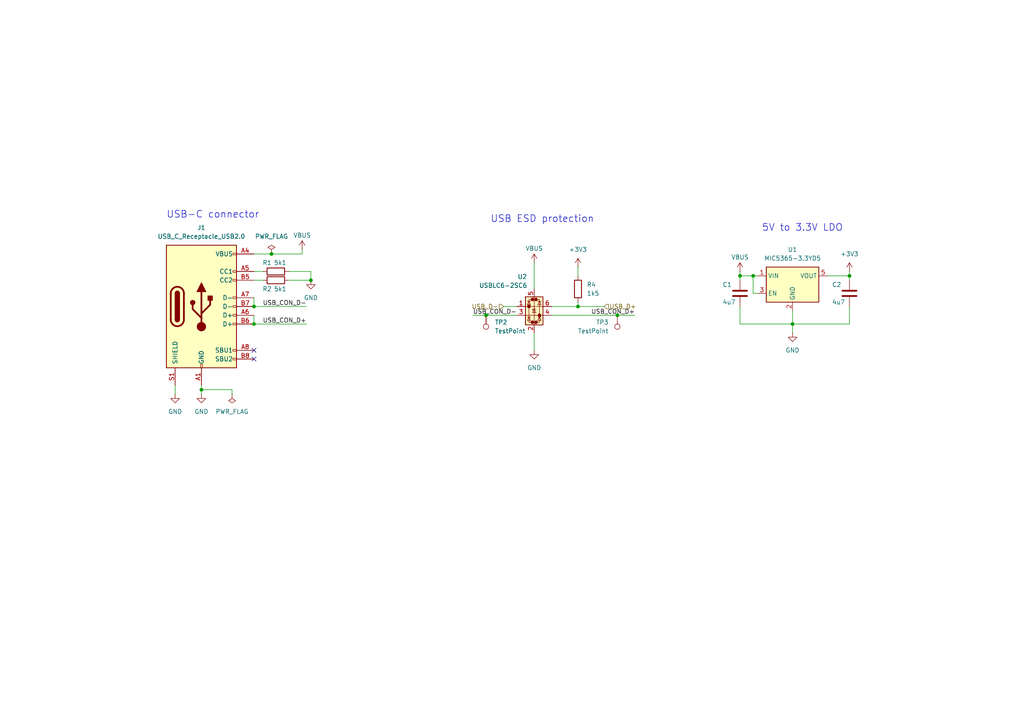
<source format=kicad_sch>
(kicad_sch (version 20231120) (generator "eeschema") (generator_version "8.0")
  (paper "A4")
  (lib_symbols
    (symbol "+3V3_1" (power) (pin_numbers hide) (pin_names (offset 0) hide)
      (property "Value" "+3V3" (at 0 3.556 0))
      (symbol "+3V3_1_0_1"
        (polyline (pts (xy -0.762 1.27) (xy 0 2.54)))
        (polyline (pts (xy 0 0) (xy 0 2.54)))
        (polyline (pts (xy 0 2.54) (xy 0.762 1.27)))
      )
      (symbol "+3V3_1_1_1"
        (pin power_in line (at 0 0 90) (length 0) (name "~") (number "1"))
      )
    )
    (symbol "Connector:TestPoint" (pin_numbers hide) (pin_names (offset 0.762) hide)
      (property "Reference" "TP" (at 0 6.858 0))
      (property "Value" "TestPoint" (at 0 5.08 0))
      (symbol "TestPoint_0_1"
        (circle (center 0 3.302) (radius 0.762))
      )
      (symbol "TestPoint_1_1"
        (pin passive line (at 0 0 90) (length 2.54) (name "1") (number "1"))
      )
    )
    (symbol "Connector:USB_C_Receptacle_USB2.0_16P" (pin_names (offset 1.016))
      (property "Reference" "J" (at 0 22.225 0))
      (property "Value" "USB_C_Receptacle_USB2.0_16P" (at 0 19.685 0))
      (symbol "USB_C_Receptacle_USB2.0_16P_0_0"
        (rectangle (start -0.254 -17.78) (end 0.254 -16.764))
        (rectangle (start 10.16 -14.986) (end 9.144 -15.494))
        (rectangle (start 10.16 -12.446) (end 9.144 -12.954))
        (rectangle (start 10.16 -4.826) (end 9.144 -5.334))
        (rectangle (start 10.16 -2.286) (end 9.144 -2.794))
        (rectangle (start 10.16 0.254) (end 9.144 -0.254))
        (rectangle (start 10.16 2.794) (end 9.144 2.286))
        (rectangle (start 10.16 7.874) (end 9.144 7.366))
        (rectangle (start 10.16 10.414) (end 9.144 9.906))
        (rectangle (start 10.16 15.494) (end 9.144 14.986))
      )
      (symbol "USB_C_Receptacle_USB2.0_16P_0_1"
        (rectangle (start -10.16 17.78) (end 10.16 -17.78) (stroke (width 0.254)) (fill (type background)))
        (arc (start -8.89 -3.81) (mid -6.985 -5.7067) (end -5.08 -3.81) (stroke (width 0.508)))
        (arc (start -7.62 -3.81) (mid -6.985 -4.4423) (end -6.35 -3.81) (stroke (width 0.254)))
        (arc (start -7.62 -3.81) (mid -6.985 -4.4423) (end -6.35 -3.81) (stroke (width 0.254)) (fill (type outline)))
        (rectangle (start -7.62 -3.81) (end -6.35 3.81) (stroke (width 0.254)) (fill (type outline)))
        (arc (start -6.35 3.81) (mid -6.985 4.4423) (end -7.62 3.81) (stroke (width 0.254)))
        (arc (start -6.35 3.81) (mid -6.985 4.4423) (end -7.62 3.81) (stroke (width 0.254)) (fill (type outline)))
        (arc (start -5.08 3.81) (mid -6.985 5.7067) (end -8.89 3.81) (stroke (width 0.508)))
        (circle (center -2.54 1.143) (radius 0.635) (stroke (width 0.254)) (fill (type outline)))
        (circle (center 0 -5.842) (radius 1.27) (fill (type outline)))
        (polyline (pts (xy -8.89 -3.81) (xy -8.89 3.81)) (stroke (width 0.508)))
        (polyline (pts (xy -5.08 3.81) (xy -5.08 -3.81)) (stroke (width 0.508)))
        (polyline (pts (xy 0 -5.842) (xy 0 4.318)) (stroke (width 0.508)))
        (polyline (pts (xy 0 -3.302) (xy -2.54 -0.762) (xy -2.54 0.508)) (stroke (width 0.508)))
        (polyline (pts (xy 0 -2.032) (xy 2.54 0.508) (xy 2.54 1.778)) (stroke (width 0.508)))
        (polyline (pts (xy -1.27 4.318) (xy 0 6.858) (xy 1.27 4.318) (xy -1.27 4.318)) (stroke (width 0.254)) (fill (type outline)))
        (rectangle (start 1.905 1.778) (end 3.175 3.048) (stroke (width 0.254)) (fill (type outline)))
      )
      (symbol "USB_C_Receptacle_USB2.0_16P_1_1"
        (pin passive line (at 0 -22.86 90) (length 5.08) (name "GND") (number "A1"))
        (pin passive line (at 0 -22.86 90) (length 5.08) hide (name "GND") (number "A12"))
        (pin passive line (at 15.24 15.24 180) (length 5.08) (name "VBUS") (number "A4"))
        (pin bidirectional line (at 15.24 10.16 180) (length 5.08) (name "CC1") (number "A5"))
        (pin bidirectional line (at 15.24 -2.54 180) (length 5.08) (name "D+") (number "A6"))
        (pin bidirectional line (at 15.24 2.54 180) (length 5.08) (name "D-") (number "A7"))
        (pin bidirectional line (at 15.24 -12.7 180) (length 5.08) (name "SBU1") (number "A8"))
        (pin passive line (at 15.24 15.24 180) (length 5.08) hide (name "VBUS") (number "A9"))
        (pin passive line (at 0 -22.86 90) (length 5.08) hide (name "GND") (number "B1"))
        (pin passive line (at 0 -22.86 90) (length 5.08) hide (name "GND") (number "B12"))
        (pin passive line (at 15.24 15.24 180) (length 5.08) hide (name "VBUS") (number "B4"))
        (pin bidirectional line (at 15.24 7.62 180) (length 5.08) (name "CC2") (number "B5"))
        (pin bidirectional line (at 15.24 -5.08 180) (length 5.08) (name "D+") (number "B6"))
        (pin bidirectional line (at 15.24 0 180) (length 5.08) (name "D-") (number "B7"))
        (pin bidirectional line (at 15.24 -15.24 180) (length 5.08) (name "SBU2") (number "B8"))
        (pin passive line (at 15.24 15.24 180) (length 5.08) hide (name "VBUS") (number "B9"))
        (pin passive line (at -7.62 -22.86 90) (length 5.08) (name "SHIELD") (number "S1"))
      )
    )
    (symbol "Device:C" (pin_numbers hide) (pin_names (offset 0.254))
      (property "Reference" "C" (at 0.635 2.54 0))
      (property "Value" "C" (at 0.635 -2.54 0))
      (symbol "C_0_1"
        (polyline (pts (xy -2.032 -0.762) (xy 2.032 -0.762)) (stroke (width 0.508)))
        (polyline (pts (xy -2.032 0.762) (xy 2.032 0.762)) (stroke (width 0.508)))
      )
      (symbol "C_1_1"
        (pin passive line (at 0 3.81 270) (length 2.794) (name "~") (number "1"))
        (pin passive line (at 0 -3.81 90) (length 2.794) (name "~") (number "2"))
      )
    )
    (symbol "Device:R" (pin_numbers hide) (pin_names (offset 0))
      (property "Reference" "R" (at 2.032 0 90))
      (property "Value" "R" (at 0 0 90))
      (symbol "R_0_1"
        (rectangle (start -1.016 -2.54) (end 1.016 2.54) (stroke (width 0.254)))
      )
      (symbol "R_1_1"
        (pin passive line (at 0 3.81 270) (length 1.27) (name "~") (number "1"))
        (pin passive line (at 0 -3.81 90) (length 1.27) (name "~") (number "2"))
      )
    )
    (symbol "GND_1" (power) (pin_numbers hide) (pin_names (offset 0) hide)
      (property "Value" "GND" (at 0 -3.81 0))
      (symbol "GND_1_0_1"
        (polyline (pts (xy 0 0) (xy 0 -1.27) (xy 1.27 -1.27) (xy 0 -2.54) (xy -1.27 -1.27) (xy 0 -1.27)))
      )
      (symbol "GND_1_1_1"
        (pin power_in line (at 0 0 270) (length 0) (name "~") (number "1"))
      )
    )
    (symbol "GND_2" (power) (pin_numbers hide) (pin_names (offset 0) hide)
      (property "Value" "GND" (at 0 -3.81 0))
      (symbol "GND_2_0_1"
        (polyline (pts (xy 0 0) (xy 0 -1.27) (xy 1.27 -1.27) (xy 0 -2.54) (xy -1.27 -1.27) (xy 0 -1.27)))
      )
      (symbol "GND_2_1_1"
        (pin power_in line (at 0 0 270) (length 0) (name "~") (number "1"))
      )
    )
    (symbol "GND_3" (power) (pin_numbers hide) (pin_names (offset 0) hide)
      (property "Value" "GND" (at 0 -3.81 0))
      (symbol "GND_3_0_1"
        (polyline (pts (xy 0 0) (xy 0 -1.27) (xy 1.27 -1.27) (xy 0 -2.54) (xy -1.27 -1.27) (xy 0 -1.27)))
      )
      (symbol "GND_3_1_1"
        (pin power_in line (at 0 0 270) (length 0) (name "~") (number "1"))
      )
    )
    (symbol "GND_4" (power) (pin_numbers hide) (pin_names (offset 0) hide)
      (property "Value" "GND" (at 0 -3.81 0))
      (symbol "GND_4_0_1"
        (polyline (pts (xy 0 0) (xy 0 -1.27) (xy 1.27 -1.27) (xy 0 -2.54) (xy -1.27 -1.27) (xy 0 -1.27)))
      )
      (symbol "GND_4_1_1"
        (pin power_in line (at 0 0 270) (length 0) (name "~") (number "1"))
      )
    )
    (symbol "Power_Protection:USBLC6-2SC6" (pin_names hide)
      (property "Reference" "U" (at 0.635 5.715 0))
      (property "Value" "USBLC6-2SC6" (at 0.635 3.81 0))
      (symbol "USBLC6-2SC6_0_0"
        (circle (center -1.524 0) (radius 0.0001) (stroke (width 0.508)))
        (circle (center -0.508 -4.572) (radius 0.0001) (stroke (width 0.508)))
        (circle (center -0.508 2.032) (radius 0.0001) (stroke (width 0.508)))
        (circle (center 0.508 -4.572) (radius 0.0001) (stroke (width 0.508)))
        (circle (center 0.508 2.032) (radius 0.0001) (stroke (width 0.508)))
        (circle (center 1.524 -2.54) (radius 0.0001) (stroke (width 0.508)))
      )
      (symbol "USBLC6-2SC6_0_1"
        (polyline (pts (xy -2.54 -2.54) (xy 2.54 -2.54)))
        (polyline (pts (xy -2.54 0) (xy 2.54 0)))
        (polyline (pts (xy -2.032 -3.048) (xy -1.016 -3.048)))
        (polyline (pts (xy -1.016 1.524) (xy -2.032 1.524)))
        (polyline (pts (xy 1.016 -3.048) (xy 2.032 -3.048)))
        (polyline (pts (xy 1.016 1.524) (xy 2.032 1.524)))
        (polyline (pts (xy -0.508 -1.143) (xy -0.508 -0.762) (xy 0.508 -0.762)))
        (polyline (pts (xy -2.032 0.508) (xy -1.016 0.508) (xy -1.524 1.524) (xy -2.032 0.508)))
        (polyline (pts (xy -1.016 -4.064) (xy -2.032 -4.064) (xy -1.524 -3.048) (xy -1.016 -4.064)))
        (polyline (pts (xy 0.508 -1.778) (xy -0.508 -1.778) (xy 0 -0.762) (xy 0.508 -1.778)))
        (polyline (pts (xy 2.032 -4.064) (xy 1.016 -4.064) (xy 1.524 -3.048) (xy 2.032 -4.064)))
        (polyline (pts (xy 2.032 0.508) (xy 1.016 0.508) (xy 1.524 1.524) (xy 2.032 0.508)))
        (polyline (pts (xy 0 2.54) (xy -0.508 2.032) (xy 0.508 2.032) (xy 0 1.524) (xy 0 -4.064) (xy -0.508 -4.572) (xy 0.508 -4.572) (xy 0 -5.08)))
      )
      (symbol "USBLC6-2SC6_1_1"
        (rectangle (start -2.54 2.794) (end 2.54 -5.334) (stroke (width 0.254)) (fill (type background)))
        (polyline (pts (xy -0.508 2.032) (xy -1.524 2.032) (xy -1.524 -4.572) (xy -0.508 -4.572)))
        (polyline (pts (xy 0.508 -4.572) (xy 1.524 -4.572) (xy 1.524 2.032) (xy 0.508 2.032)))
        (pin passive line (at -5.08 0 0) (length 2.54) (name "I/O1") (number "1"))
        (pin passive line (at 0 -7.62 90) (length 2.54) (name "GND") (number "2"))
        (pin passive line (at -5.08 -2.54 0) (length 2.54) (name "I/O2") (number "3"))
        (pin passive line (at 5.08 -2.54 180) (length 2.54) (name "I/O2") (number "4"))
        (pin passive line (at 0 5.08 270) (length 2.54) (name "VBUS") (number "5"))
        (pin passive line (at 5.08 0 180) (length 2.54) (name "I/O1") (number "6"))
      )
    )
    (symbol "Regulator_Linear:MIC5365-3.3YD5"
      (property "Reference" "U" (at -7.62 6.35 0))
      (property "Value" "MIC5365-3.3YD5" (at 0 6.35 0))
      (symbol "MIC5365-3.3YD5_0_1"
        (rectangle (start -7.62 -5.08) (end 7.62 5.08) (stroke (width 0.254)) (fill (type background)))
      )
      (symbol "MIC5365-3.3YD5_1_1"
        (pin power_in line (at -10.16 2.54 0) (length 2.54) (name "VIN") (number "1"))
        (pin power_in line (at 0 -7.62 90) (length 2.54) (name "GND") (number "2"))
        (pin input line (at -10.16 -2.54 0) (length 2.54) (name "EN") (number "3"))
        (pin no_connect line (at 7.62 -2.54 180) (length 2.54) hide (name "NC") (number "4"))
        (pin power_out line (at 10.16 2.54 180) (length 2.54) (name "VOUT") (number "5"))
      )
    )
    (symbol "VBUS_1" (power) (pin_numbers hide) (pin_names (offset 0) hide)
      (property "Value" "VBUS" (at 0 3.556 0))
      (symbol "VBUS_1_0_1"
        (polyline (pts (xy -0.762 1.27) (xy 0 2.54)))
        (polyline (pts (xy 0 0) (xy 0 2.54)))
        (polyline (pts (xy 0 2.54) (xy 0.762 1.27)))
      )
      (symbol "VBUS_1_1_1"
        (pin power_in line (at 0 0 90) (length 0) (name "~") (number "1"))
      )
    )
    (symbol "VBUS_2" (power) (pin_numbers hide) (pin_names (offset 0) hide)
      (property "Value" "VBUS" (at 0 3.556 0))
      (symbol "VBUS_2_0_1"
        (polyline (pts (xy -0.762 1.27) (xy 0 2.54)))
        (polyline (pts (xy 0 0) (xy 0 2.54)))
        (polyline (pts (xy 0 2.54) (xy 0.762 1.27)))
      )
      (symbol "VBUS_2_1_1"
        (pin power_in line (at 0 0 90) (length 0) (name "~") (number "1"))
      )
    )
    (symbol "power:+3V3" (power) (pin_numbers hide) (pin_names (offset 0) hide)
      (property "Value" "+3V3" (at 0 3.556 0))
      (symbol "+3V3_0_1"
        (polyline (pts (xy -0.762 1.27) (xy 0 2.54)))
        (polyline (pts (xy 0 0) (xy 0 2.54)))
        (polyline (pts (xy 0 2.54) (xy 0.762 1.27)))
      )
      (symbol "+3V3_1_1"
        (pin power_in line (at 0 0 90) (length 0) (name "~") (number "1"))
      )
    )
    (symbol "power:GND" (power) (pin_numbers hide) (pin_names (offset 0) hide)
      (property "Value" "GND" (at 0 -3.81 0))
      (symbol "GND_0_1"
        (polyline (pts (xy 0 0) (xy 0 -1.27) (xy 1.27 -1.27) (xy 0 -2.54) (xy -1.27 -1.27) (xy 0 -1.27)))
      )
      (symbol "GND_1_1"
        (pin power_in line (at 0 0 270) (length 0) (name "~") (number "1"))
      )
    )
    (symbol "power:PWR_FLAG" (power) (pin_numbers hide) (pin_names (offset 0) hide)
      (property "Value" "PWR_FLAG" (at 0 3.81 0))
      (symbol "PWR_FLAG_0_0"
        (pin power_out line (at 0 0 90) (length 0) (name "~") (number "1"))
      )
      (symbol "PWR_FLAG_0_1"
        (polyline (pts (xy 0 0) (xy 0 1.27) (xy -1.016 1.905) (xy 0 2.54) (xy 1.016 1.905) (xy 0 1.27)))
      )
    )
    (symbol "power:VBUS" (power) (pin_numbers hide) (pin_names (offset 0) hide)
      (property "Value" "VBUS" (at 0 3.556 0))
      (symbol "VBUS_0_1"
        (polyline (pts (xy -0.762 1.27) (xy 0 2.54)))
        (polyline (pts (xy 0 0) (xy 0 2.54)))
        (polyline (pts (xy 0 2.54) (xy 0.762 1.27)))
      )
      (symbol "VBUS_1_1"
        (pin power_in line (at 0 0 90) (length 0) (name "~") (number "1"))
      )
    )
  )
  (junction (at 58.42 113.03))
  (junction (at 90.17 81.28))
  (junction (at 73.66 93.98))
  (junction (at 218.44 80.01))
  (junction (at 229.87 93.98))
  (junction (at 73.66 88.9))
  (junction (at 140.97 91.44))
  (junction (at 246.38 80.01))
  (junction (at 167.64 88.9))
  (junction (at 179.07 91.44))
  (junction (at 78.74 73.66))
  (junction (at 214.63 80.01))
  (no_connect (at 73.66 104.14))
  (no_connect (at 73.66 101.6))
  (wire (pts (xy 67.31 113.03) (xy 58.42 113.03)))
  (wire (pts (xy 88.9 93.98) (xy 73.66 93.98)))
  (wire (pts (xy 214.63 93.98) (xy 229.87 93.98)))
  (wire (pts (xy 58.42 111.76) (xy 58.42 113.03)))
  (wire (pts (xy 73.66 88.9) (xy 88.9 88.9)))
  (wire (pts (xy 83.82 78.74) (xy 90.17 78.74)))
  (wire (pts (xy 214.63 78.74) (xy 214.63 80.01)))
  (wire (pts (xy 214.63 80.01) (xy 218.44 80.01)))
  (wire (pts (xy 73.66 78.74) (xy 76.2 78.74)))
  (wire (pts (xy 218.44 80.01) (xy 219.71 80.01)))
  (wire (pts (xy 246.38 88.9) (xy 246.38 93.98)))
  (wire (pts (xy 58.42 113.03) (xy 58.42 114.3)))
  (wire (pts (xy 167.64 88.9) (xy 175.26 88.9)))
  (wire (pts (xy 73.66 86.36) (xy 73.66 88.9)))
  (wire (pts (xy 167.64 87.63) (xy 167.64 88.9)))
  (wire (pts (xy 140.97 91.44) (xy 149.86 91.44)))
  (wire (pts (xy 240.03 80.01) (xy 246.38 80.01)))
  (wire (pts (xy 246.38 80.01) (xy 246.38 81.28)))
  (wire (pts (xy 154.94 76.2) (xy 154.94 83.82)))
  (wire (pts (xy 229.87 90.17) (xy 229.87 93.98)))
  (wire (pts (xy 214.63 80.01) (xy 214.63 81.28)))
  (wire (pts (xy 73.66 91.44) (xy 73.66 93.98)))
  (wire (pts (xy 229.87 96.52) (xy 229.87 93.98)))
  (wire (pts (xy 137.16 91.44) (xy 140.97 91.44)))
  (wire (pts (xy 146.05 88.9) (xy 149.86 88.9)))
  (wire (pts (xy 90.17 78.74) (xy 90.17 81.28)))
  (wire (pts (xy 218.44 80.01) (xy 218.44 85.09)))
  (wire (pts (xy 154.94 96.52) (xy 154.94 101.6)))
  (wire (pts (xy 160.02 91.44) (xy 179.07 91.44)))
  (wire (pts (xy 167.64 77.47) (xy 167.64 80.01)))
  (wire (pts (xy 214.63 88.9) (xy 214.63 93.98)))
  (wire (pts (xy 73.66 73.66) (xy 78.74 73.66)))
  (wire (pts (xy 83.82 81.28) (xy 90.17 81.28)))
  (wire (pts (xy 78.74 73.66) (xy 87.63 73.66)))
  (wire (pts (xy 50.8 111.76) (xy 50.8 114.3)))
  (wire (pts (xy 160.02 88.9) (xy 167.64 88.9)))
  (wire (pts (xy 67.31 114.3) (xy 67.31 113.03)))
  (wire (pts (xy 219.71 85.09) (xy 218.44 85.09)))
  (wire (pts (xy 87.63 72.39) (xy 87.63 73.66)))
  (wire (pts (xy 179.07 91.44) (xy 184.15 91.44)))
  (wire (pts (xy 229.87 93.98) (xy 246.38 93.98)))
  (wire (pts (xy 246.38 78.74) (xy 246.38 80.01)))
  (wire (pts (xy 73.66 81.28) (xy 76.2 81.28)))
  (text "5V to 3.3V LDO" (at 220.98 67.31 0) (effects (font (size 2 2)) (justify left bottom)))
  (text "USB ESD protection" (at 142.24 64.77 0) (effects (font (size 2 2)) (justify left bottom)))
  (text "USB-C connector" (at 48.26 63.5 0) (effects (font (size 2 2)) (justify left bottom)))
  (label "USB_CON_D+" (at 88.9 93.98 180))
  (label "USB_CON_D-" (at 88.9 88.9 180))
  (label "USB_CON_D+" (at 184.15 91.44 180))
  (label "USB_CON_D-" (at 137.16 91.44 0))
  (hierarchical_label "USB_D+" (shape input) (at 175.26 88.9 0))
  (hierarchical_label "USB_D-" (shape input) (at 146.05 88.9 180))
  (symbol (lib_id "Regulator_Linear:MIC5365-3.3YD5") (at 229.87 82.55 0) (unit 1)
    (property "Reference" "U1" (at 229.87 72.39 0))
    (property "Value" "MIC5365-3.3YD5" (at 229.87 74.93 0))
    (property "Footprint" "Package_TO_SOT_SMD:SOT-23-5" (effects (hide yes)))
    (property "Datasheet" "https://www.lcsc.com/datasheet/lcsc_datasheet_1810151811_Texas-Instruments-TPS70933DBVR_C89347.pdf" (effects (hide yes)))
    (property "Manufracturer" "Texas Instruments" (effects (hide yes)))
    (property "Manufracturer Part Number" "TPS70933DBVR" (effects (hide yes)))
    (property "JLCPCB Part" "C89347" (effects (hide yes)))
    (instances (project "111VU" (path "" (reference "U1") (unit 1))) (project "PedestalConnectBox" (path "" (reference "U4") (unit 1))))
  )
  (symbol (lib_id "Power_Protection:USBLC6-2SC6") (at 154.94 88.9 0) (unit 1)
    (property "Reference" "U2" (at 150.114 80.264 0) (effects (justify left)))
    (property "Value" "USBLC6-2SC6" (at 138.938 82.804 0) (effects (justify left)))
    (property "Footprint" "Package_TO_SOT_SMD:SOT-23-6" (effects (hide yes)))
    (property "Datasheet" "https://www.st.com/resource/en/datasheet/usblc6-2.pdf" (effects (hide yes)))
    (property "Description" "Very low capacitance ESD protection diode, 2 data-line, SOT-23-6" (effects (hide yes)))
    (property "JLCPCB Part" "C7519" (effects (hide yes)))
    (property "Manufracturer" "STMicroelectronics" (effects (hide yes)))
    (property "Manufracturer Part Number" "USBLC6-2SC6" (effects (hide yes)))
  )
  (symbol (lib_id "Device:C") (at 214.63 85.09 0) (unit 1)
    (property "Reference" "C1" (at 209.55 82.55 0) (effects (justify left)))
    (property "Value" "4u7" (at 209.55 87.63 0) (effects (justify left)))
    (property "Footprint" "Capacitor_SMD:C_0805_2012Metric" (effects (hide yes)))
    (property "Datasheet" "https://datasheet.lcsc.com/lcsc/2304140030_Samsung-Electro-Mechanics-CL21A475KAQNNNE_C1779.pdf" (effects (hide yes)))
    (property "Manufracturer" "Samsung Electro-Mechanics" (effects (hide yes)))
    (property "Manufracturer Part Number" "CL21A475KAQNNNE" (effects (hide yes)))
    (property "JLCPCB Part" "C1779" (effects (hide yes)))
  )
  (symbol (lib_id "Device:R") (at 80.01 81.28 90) (unit 1)
    (property "Reference" "R2" (at 77.47 83.82 90))
    (property "Value" "5k1" (at 81.28 83.82 90))
    (property "Footprint" "Resistor_SMD:R_0603_1608Metric" (effects (hide yes)))
    (property "Datasheet" "https://www.lcsc.com/datasheet/lcsc_datasheet_2206010116_UNI-ROYAL-Uniroyal-Elec-0603WAF5101T5E_C23186.pdf" (effects (hide yes)))
    (property "Manufracturer" "UNI-ROYAL(Uniroyal Elec)" (effects (hide yes)))
    (property "Manufracturer Part Number" "0603WAF5101T5E" (effects (hide yes)))
    (property "JLCPCB Part" "C23186" (effects (hide yes)))
  )
  (symbol (lib_name "GND_1") (lib_id "power:GND") (at 50.8 114.3 0) (unit 1)
    (property "Reference" "#PWR01" (effects (hide yes)))
    (property "Value" "GND" (at 50.8 119.38 0))
    (property "Description" "Power symbol creates a global label with name \"GND\" , ground" (effects (hide yes)))
    (instances (project "111VU" (path "" (reference "#PWR01") (unit 1))) (project "PedestalConnectBox" (path "" (reference "#PWR02") (unit 1))))
  )
  (symbol (lib_name "+3V3_1") (lib_id "power:+3V3") (at 167.64 77.47 0) (unit 1)
    (property "Reference" "#PWR019" (effects (hide yes)))
    (property "Value" "+3V3" (at 167.64 72.39 0))
    (property "Description" "Power symbol creates a global label with name \"+3V3\"" (effects (hide yes)))
  )
  (symbol (lib_id "Device:R") (at 167.64 83.82 0) (unit 1)
    (property "Reference" "R4" (at 170.18 82.5499 0) (effects (justify left)))
    (property "Value" "1k5" (at 170.18 85.0899 0) (effects (justify left)))
    (property "Footprint" "Resistor_SMD:R_0805_2012Metric" (effects (hide yes)))
    (property "Datasheet" "https://www.lcsc.com/datasheet/lcsc_datasheet_2206010216_UNI-ROYAL-Uniroyal-Elec-0805W8F1501T5E_C4310.pdf" (effects (hide yes)))
    (property "Description" "Resistor" (effects (hide yes)))
    (property "JLCPCB Part" "C4310" (effects (hide yes)))
    (property "Manufracturer" "UNI-ROYAL(Uniroyal Elec)" (effects (hide yes)))
    (property "Manufracturer Part Number" "0805W8F1501T5E" (effects (hide yes)))
  )
  (symbol (lib_id "Connector:TestPoint") (at 179.07 91.44 0) (mirror x) (unit 1)
    (property "Reference" "TP3" (at 176.53 93.4719 0) (effects (justify right)))
    (property "Value" "TestPoint" (at 176.53 96.0119 0) (effects (justify right)))
    (property "Footprint" "TestPoint:TestPoint_Pad_D1.5mm" (effects (hide yes)))
    (property "Description" "test point" (effects (hide yes)))
  )
  (symbol (lib_name "GND_2") (lib_id "power:GND") (at 90.17 81.28 0) (unit 1)
    (property "Reference" "#PWR08" (effects (hide yes)))
    (property "Value" "GND" (at 90.17 86.36 0))
    (property "Description" "Power symbol creates a global label with name \"GND\" , ground" (effects (hide yes)))
    (instances (project "111VU" (path "" (reference "#PWR08") (unit 1))) (project "PedestalConnectBox" (path "" (reference "#PWR07") (unit 1))))
  )
  (symbol (lib_name "GND_3") (lib_id "power:GND") (at 58.42 114.3 0) (unit 1)
    (property "Reference" "#PWR03" (effects (hide yes)))
    (property "Value" "GND" (at 58.42 119.38 0))
    (property "Description" "Power symbol creates a global label with name \"GND\" , ground" (effects (hide yes)))
    (instances (project "111VU" (path "" (reference "#PWR03") (unit 1))) (project "PedestalConnectBox" (path "" (reference "#PWR04") (unit 1))))
  )
  (symbol (lib_id "power:PWR_FLAG") (at 78.74 73.66 0) (unit 1)
    (property "Reference" "#FLG01" (effects (hide yes)))
    (property "Value" "PWR_FLAG" (at 78.74 68.58 0))
    (property "Description" "Special symbol for telling ERC where power comes from" (effects (hide yes)))
  )
  (symbol (lib_id "power:+3V3") (at 246.38 78.74 0) (unit 1)
    (property "Reference" "#PWR010" (effects (hide yes)))
    (property "Value" "+3V3" (at 246.38 73.66 0))
  )
  (symbol (lib_name "VBUS_1") (lib_id "power:VBUS") (at 87.63 72.39 0) (unit 1)
    (property "Reference" "#PWR07" (effects (hide yes)))
    (property "Value" "VBUS" (at 87.63 68.2569 0))
    (property "Description" "Power symbol creates a global label with name \"VBUS\"" (effects (hide yes)))
    (instances (project "111VU" (path "" (reference "#PWR07") (unit 1))) (project "PedestalConnectBox" (path "" (reference "#PWR06") (unit 1))))
  )
  (symbol (lib_id "power:PWR_FLAG") (at 67.31 114.3 180) (unit 1)
    (property "Reference" "#FLG02" (effects (hide yes)))
    (property "Value" "PWR_FLAG" (at 67.31 119.38 0))
    (property "Description" "Special symbol for telling ERC where power comes from" (effects (hide yes)))
  )
  (symbol (lib_id "Device:C") (at 246.38 85.09 0) (unit 1)
    (property "Reference" "C2" (at 241.3 82.55 0) (effects (justify left)))
    (property "Value" "4u7" (at 241.3 87.63 0) (effects (justify left)))
    (property "Footprint" "Capacitor_SMD:C_0805_2012Metric" (effects (hide yes)))
    (property "Datasheet" "https://datasheet.lcsc.com/lcsc/2304140030_Samsung-Electro-Mechanics-CL21A475KAQNNNE_C1779.pdf" (effects (hide yes)))
    (property "Manufracturer" "Samsung Electro-Mechanics" (effects (hide yes)))
    (property "Manufracturer Part Number" "CL21A475KAQNNNE" (effects (hide yes)))
    (property "JLCPCB Part" "C1779" (effects (hide yes)))
  )
  (symbol (lib_name "GND_4") (lib_id "power:GND") (at 154.94 101.6 0) (unit 1)
    (property "Reference" "#PWR03" (effects (hide yes)))
    (property "Value" "GND" (at 154.94 106.68 0))
    (property "Description" "Power symbol creates a global label with name \"GND\" , ground" (effects (hide yes)))
    (instances (project "111VU" (path "" (reference "#PWR03") (unit 1))) (project "PedestalConnectBox" (path "" (reference "#PWR016") (unit 1))))
  )
  (symbol (lib_id "power:GND") (at 229.87 96.52 0) (unit 1)
    (property "Reference" "#PWR06" (effects (hide yes)))
    (property "Value" "GND" (at 229.87 101.6 0))
    (property "Description" "Power symbol creates a global label with name \"GND\" , ground" (effects (hide yes)))
    (instances (project "111VU" (path "" (reference "#PWR06") (unit 1))) (project "PedestalConnectBox" (path "" (reference "#PWR09") (unit 1))))
  )
  (symbol (lib_id "Connector:TestPoint") (at 140.97 91.44 180) (unit 1)
    (property "Reference" "TP2" (at 143.51 93.4719 0) (effects (justify right)))
    (property "Value" "TestPoint" (at 143.51 96.0119 0) (effects (justify right)))
    (property "Footprint" "TestPoint:TestPoint_Pad_D1.5mm" (effects (hide yes)))
    (property "Description" "test point" (effects (hide yes)))
  )
  (symbol (lib_id "power:VBUS") (at 214.63 78.74 0) (unit 1)
    (property "Reference" "#PWR05" (effects (hide yes)))
    (property "Value" "VBUS" (at 214.63 74.6069 0))
    (property "Description" "Power symbol creates a global label with name \"VBUS\"" (effects (hide yes)))
    (instances (project "111VU" (path "" (reference "#PWR05") (unit 1))) (project "PedestalConnectBox" (path "" (reference "#PWR08") (unit 1))))
  )
  (symbol (lib_id "Connector:USB_C_Receptacle_USB2.0_16P") (at 58.42 88.9 0) (unit 1)
    (property "Reference" "J1" (at 58.42 66.04 0))
    (property "Value" "USB_C_Receptacle_USB2.0" (at 58.42 68.58 0))
    (property "Footprint" "NiasStuff:USB_C_Receptacle_G-Switch_GT-USB-7010ASV" (effects (hide yes)))
    (property "Datasheet" "https://www.usb.org/sites/default/files/documents/usb_type-c.zip" (effects (hide yes)))
    (property "Description" "USB 2.0-only 16P Type-C Receptacle connector" (effects (hide yes)))
    (property "Manufracturer" "G-Switch" (effects (hide yes)))
    (property "Manufracturer Part Number" "GT-USB-7010C" (effects (hide yes)))
    (property "JLCPCB Part" "C2843967" (effects (hide yes)))
  )
  (symbol (lib_name "VBUS_2") (lib_id "power:VBUS") (at 154.94 76.2 0) (unit 1)
    (property "Reference" "#PWR07" (effects (hide yes)))
    (property "Value" "VBUS" (at 154.94 72.0669 0))
    (property "Description" "Power symbol creates a global label with name \"VBUS\"" (effects (hide yes)))
    (instances (project "111VU" (path "" (reference "#PWR07") (unit 1))) (project "PedestalConnectBox" (path "" (reference "#PWR015") (unit 1))))
  )
  (symbol (lib_id "Device:R") (at 80.01 78.74 90) (unit 1)
    (property "Reference" "R1" (at 77.47 76.2 90))
    (property "Value" "5k1" (at 81.28 76.2 90))
    (property "Footprint" "Resistor_SMD:R_0603_1608Metric" (effects (hide yes)))
    (property "Datasheet" "https://www.lcsc.com/datasheet/lcsc_datasheet_2206010116_UNI-ROYAL-Uniroyal-Elec-0603WAF5101T5E_C23186.pdf" (effects (hide yes)))
    (property "Manufracturer" "UNI-ROYAL(Uniroyal Elec)" (effects (hide yes)))
    (property "Manufracturer Part Number" "0603WAF5101T5E" (effects (hide yes)))
    (property "JLCPCB Part" "C23186" (effects (hide yes)))
  )
)
</source>
